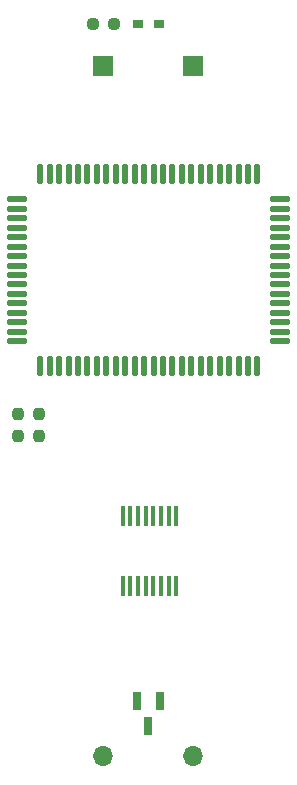
<source format=gbr>
G04 #@! TF.GenerationSoftware,KiCad,Pcbnew,9.0.6-9.0.6~ubuntu25.10.1*
G04 #@! TF.CreationDate,2025-12-22T11:30:28+09:00*
G04 #@! TF.ProjectId,bionic-z180f,62696f6e-6963-42d7-9a31-3830662e6b69,2*
G04 #@! TF.SameCoordinates,Original*
G04 #@! TF.FileFunction,Soldermask,Top*
G04 #@! TF.FilePolarity,Negative*
%FSLAX46Y46*%
G04 Gerber Fmt 4.6, Leading zero omitted, Abs format (unit mm)*
G04 Created by KiCad (PCBNEW 9.0.6-9.0.6~ubuntu25.10.1) date 2025-12-22 11:30:28*
%MOMM*%
%LPD*%
G01*
G04 APERTURE LIST*
G04 Aperture macros list*
%AMRoundRect*
0 Rectangle with rounded corners*
0 $1 Rounding radius*
0 $2 $3 $4 $5 $6 $7 $8 $9 X,Y pos of 4 corners*
0 Add a 4 corners polygon primitive as box body*
4,1,4,$2,$3,$4,$5,$6,$7,$8,$9,$2,$3,0*
0 Add four circle primitives for the rounded corners*
1,1,$1+$1,$2,$3*
1,1,$1+$1,$4,$5*
1,1,$1+$1,$6,$7*
1,1,$1+$1,$8,$9*
0 Add four rect primitives between the rounded corners*
20,1,$1+$1,$2,$3,$4,$5,0*
20,1,$1+$1,$4,$5,$6,$7,0*
20,1,$1+$1,$6,$7,$8,$9,0*
20,1,$1+$1,$8,$9,$2,$3,0*%
G04 Aperture macros list end*
%ADD10RoundRect,0.237500X0.237500X-0.250000X0.237500X0.250000X-0.237500X0.250000X-0.237500X-0.250000X0*%
%ADD11R,0.355600X1.778000*%
%ADD12R,0.965200X0.762000*%
%ADD13RoundRect,0.137500X0.137500X-0.737500X0.137500X0.737500X-0.137500X0.737500X-0.137500X-0.737500X0*%
%ADD14RoundRect,0.137500X0.737500X-0.137500X0.737500X0.137500X-0.737500X0.137500X-0.737500X-0.137500X0*%
%ADD15RoundRect,0.237500X0.250000X0.237500X-0.250000X0.237500X-0.250000X-0.237500X0.250000X-0.237500X0*%
%ADD16R,0.660400X1.625600*%
%ADD17O,1.700000X1.700000*%
%ADD18R,1.700000X1.700000*%
G04 APERTURE END LIST*
D10*
X104454400Y-106345500D03*
X104454400Y-104520500D03*
D11*
X116066800Y-113154600D03*
X115416802Y-113154600D03*
X114766800Y-113154600D03*
X114116802Y-113154600D03*
X113466803Y-113154600D03*
X112816802Y-113154600D03*
X112166803Y-113154600D03*
X111516802Y-113154600D03*
X111516802Y-119098200D03*
X112166800Y-119098200D03*
X112816802Y-119098200D03*
X113466800Y-119098200D03*
X114116799Y-119098200D03*
X114766800Y-119098200D03*
X115416799Y-119098200D03*
X116066800Y-119098200D03*
D12*
X112823700Y-71524000D03*
X114576300Y-71524000D03*
D13*
X104544000Y-100474000D03*
X105344000Y-100474000D03*
X106144000Y-100474000D03*
X106944000Y-100474000D03*
X107744000Y-100474000D03*
X108544000Y-100474000D03*
X109344000Y-100474000D03*
X110144000Y-100474000D03*
X110944000Y-100474000D03*
X111744000Y-100474000D03*
X112544000Y-100474000D03*
X113344000Y-100474000D03*
X114144000Y-100474000D03*
X114944000Y-100474000D03*
X115744000Y-100474000D03*
X116544000Y-100474000D03*
X117344000Y-100474000D03*
X118144000Y-100474000D03*
X118944000Y-100474000D03*
X119744000Y-100474000D03*
X120544000Y-100474000D03*
X121344000Y-100474000D03*
X122144000Y-100474000D03*
X122944000Y-100474000D03*
D14*
X124869000Y-98349000D03*
X124869000Y-97549000D03*
X124869000Y-96749000D03*
X124869000Y-95949000D03*
X124869000Y-95149000D03*
X124869000Y-94349000D03*
X124869000Y-93549000D03*
X124869000Y-92749000D03*
X124869000Y-91949000D03*
X124869000Y-91149000D03*
X124869000Y-90349000D03*
X124869000Y-89549000D03*
X124869000Y-88749000D03*
X124869000Y-87949000D03*
X124869000Y-87149000D03*
X124869000Y-86349000D03*
D13*
X122944000Y-84224000D03*
X122144000Y-84224000D03*
X121344000Y-84224000D03*
X120544000Y-84224000D03*
X119744000Y-84224000D03*
X118944000Y-84224000D03*
X118144000Y-84224000D03*
X117344000Y-84224000D03*
X116544000Y-84224000D03*
X115744000Y-84224000D03*
X114944000Y-84224000D03*
X114144000Y-84224000D03*
X113344000Y-84224000D03*
X112544000Y-84224000D03*
X111744000Y-84224000D03*
X110944000Y-84224000D03*
X110144000Y-84224000D03*
X109344000Y-84224000D03*
X108544000Y-84224000D03*
X107744000Y-84224000D03*
X106944000Y-84224000D03*
X106144000Y-84224000D03*
X105344000Y-84224000D03*
X104544000Y-84224000D03*
D14*
X102619000Y-86349000D03*
X102619000Y-87149000D03*
X102619000Y-87949000D03*
X102619000Y-88749000D03*
X102619000Y-89549000D03*
X102619000Y-90349000D03*
X102619000Y-91149000D03*
X102619000Y-91949000D03*
X102619000Y-92749000D03*
X102619000Y-93549000D03*
X102619000Y-94349000D03*
X102619000Y-95149000D03*
X102619000Y-95949000D03*
X102619000Y-96749000D03*
X102619000Y-97549000D03*
X102619000Y-98349000D03*
D10*
X102701800Y-106345500D03*
X102701800Y-104520500D03*
D15*
X110802500Y-71524000D03*
X108977500Y-71524000D03*
D16*
X114650001Y-128828000D03*
X112749999Y-128828000D03*
X113700000Y-130960000D03*
D17*
X117510000Y-133500000D03*
D18*
X117510000Y-75080000D03*
X109890000Y-75080000D03*
D17*
X109890000Y-133500000D03*
M02*

</source>
